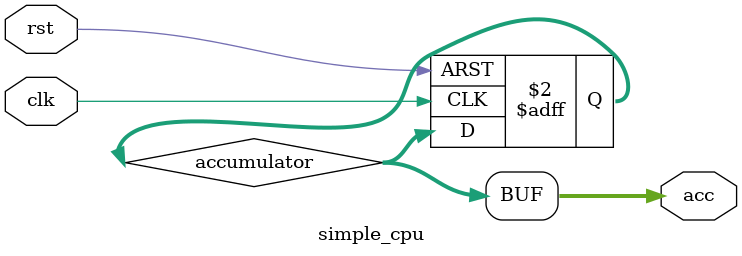
<source format=v>
module simple_cpu(
    input clk,
    input rst,
    output [7:0] acc
);
    reg [7:0] accumulator;
    assign acc = accumulator;
    // Add instruction decode, memory, ALU, etc. here
    always @(posedge clk or posedge rst) begin
        if (rst)
            accumulator <= 0;
        else begin
            // Example: accumulator <= accumulator + 1;
        end
    end
endmodule

</source>
